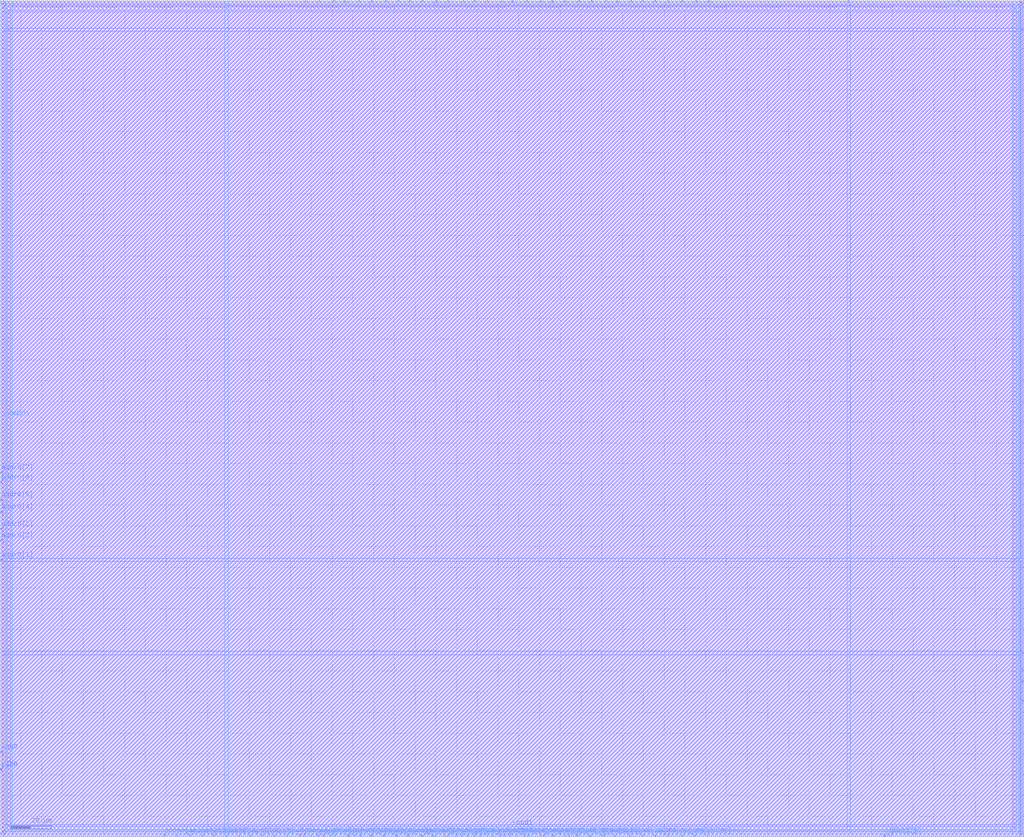
<source format=lef>
VERSION 5.4 ;
NAMESCASESENSITIVE ON ;
BUSBITCHARS "[]" ;
DIVIDERCHAR "/" ;
UNITS
  DATABASE MICRONS 1000 ;
END UNITS
MACRO sky130_sram_1kbyte_1rw1r_32x256_8
   CLASS BLOCK ;
   SIZE 493.38 BY 403.62 ;
   SYMMETRY X Y R90 ;
   PIN din0[0]
      DIRECTION INPUT ;
      PORT
         LAYER met4 ;
         RECT  108.8 0.0 109.18 1.06 ;
      END
   END din0[0]
   PIN din0[1]
      DIRECTION INPUT ;
      PORT
         LAYER met4 ;
         RECT  114.92 0.0 115.3 1.06 ;
      END
   END din0[1]
   PIN din0[2]
      DIRECTION INPUT ;
      PORT
         LAYER met4 ;
         RECT  120.36 0.0 120.74 1.06 ;
      END
   END din0[2]
   PIN din0[3]
      DIRECTION INPUT ;
      PORT
         LAYER met4 ;
         RECT  125.8 0.0 126.18 1.06 ;
      END
   END din0[3]
   PIN din0[4]
      DIRECTION INPUT ;
      PORT
         LAYER met4 ;
         RECT  131.92 0.0 132.3 1.06 ;
      END
   END din0[4]
   PIN din0[5]
      DIRECTION INPUT ;
      PORT
         LAYER met4 ;
         RECT  138.04 0.0 138.42 1.06 ;
      END
   END din0[5]
   PIN din0[6]
      DIRECTION INPUT ;
      PORT
         LAYER met4 ;
         RECT  144.16 0.0 144.54 1.06 ;
      END
   END din0[6]
   PIN din0[7]
      DIRECTION INPUT ;
      PORT
         LAYER met4 ;
         RECT  149.6 0.0 149.98 1.06 ;
      END
   END din0[7]
   PIN din0[8]
      DIRECTION INPUT ;
      PORT
         LAYER met4 ;
         RECT  155.72 0.0 156.1 1.06 ;
      END
   END din0[8]
   PIN din0[9]
      DIRECTION INPUT ;
      PORT
         LAYER met4 ;
         RECT  161.16 0.0 161.54 1.06 ;
      END
   END din0[9]
   PIN din0[10]
      DIRECTION INPUT ;
      PORT
         LAYER met4 ;
         RECT  167.28 0.0 167.66 1.06 ;
      END
   END din0[10]
   PIN din0[11]
      DIRECTION INPUT ;
      PORT
         LAYER met4 ;
         RECT  173.4 0.0 173.78 1.06 ;
      END
   END din0[11]
   PIN din0[12]
      DIRECTION INPUT ;
      PORT
         LAYER met4 ;
         RECT  178.84 0.0 179.22 1.06 ;
      END
   END din0[12]
   PIN din0[13]
      DIRECTION INPUT ;
      PORT
         LAYER met4 ;
         RECT  184.28 0.0 184.66 1.06 ;
      END
   END din0[13]
   PIN din0[14]
      DIRECTION INPUT ;
      PORT
         LAYER met4 ;
         RECT  190.4 0.0 190.78 1.06 ;
      END
   END din0[14]
   PIN din0[15]
      DIRECTION INPUT ;
      PORT
         LAYER met4 ;
         RECT  196.52 0.0 196.9 1.06 ;
      END
   END din0[15]
   PIN din0[16]
      DIRECTION INPUT ;
      PORT
         LAYER met4 ;
         RECT  202.64 0.0 203.02 1.06 ;
      END
   END din0[16]
   PIN din0[17]
      DIRECTION INPUT ;
      PORT
         LAYER met4 ;
         RECT  208.08 0.0 208.46 1.06 ;
      END
   END din0[17]
   PIN din0[18]
      DIRECTION INPUT ;
      PORT
         LAYER met4 ;
         RECT  214.2 0.0 214.58 1.06 ;
      END
   END din0[18]
   PIN din0[19]
      DIRECTION INPUT ;
      PORT
         LAYER met4 ;
         RECT  219.64 0.0 220.02 1.06 ;
      END
   END din0[19]
   PIN din0[20]
      DIRECTION INPUT ;
      PORT
         LAYER met4 ;
         RECT  225.08 0.0 225.46 1.06 ;
      END
   END din0[20]
   PIN din0[21]
      DIRECTION INPUT ;
      PORT
         LAYER met4 ;
         RECT  231.2 0.0 231.58 1.06 ;
      END
   END din0[21]
   PIN din0[22]
      DIRECTION INPUT ;
      PORT
         LAYER met4 ;
         RECT  237.32 0.0 237.7 1.06 ;
      END
   END din0[22]
   PIN din0[23]
      DIRECTION INPUT ;
      PORT
         LAYER met4 ;
         RECT  242.76 0.0 243.14 1.06 ;
      END
   END din0[23]
   PIN din0[24]
      DIRECTION INPUT ;
      PORT
         LAYER met4 ;
         RECT  248.88 0.0 249.26 1.06 ;
      END
   END din0[24]
   PIN din0[25]
      DIRECTION INPUT ;
      PORT
         LAYER met4 ;
         RECT  254.32 0.0 254.7 1.06 ;
      END
   END din0[25]
   PIN din0[26]
      DIRECTION INPUT ;
      PORT
         LAYER met4 ;
         RECT  260.44 0.0 260.82 1.06 ;
      END
   END din0[26]
   PIN din0[27]
      DIRECTION INPUT ;
      PORT
         LAYER met4 ;
         RECT  266.56 0.0 266.94 1.06 ;
      END
   END din0[27]
   PIN din0[28]
      DIRECTION INPUT ;
      PORT
         LAYER met4 ;
         RECT  272.0 0.0 272.38 1.06 ;
      END
   END din0[28]
   PIN din0[29]
      DIRECTION INPUT ;
      PORT
         LAYER met4 ;
         RECT  278.12 0.0 278.5 1.06 ;
      END
   END din0[29]
   PIN din0[30]
      DIRECTION INPUT ;
      PORT
         LAYER met4 ;
         RECT  283.56 0.0 283.94 1.06 ;
      END
   END din0[30]
   PIN din0[31]
      DIRECTION INPUT ;
      PORT
         LAYER met4 ;
         RECT  289.68 0.0 290.06 1.06 ;
      END
   END din0[31]
   PIN addr0[0]
      DIRECTION INPUT ;
      PORT
         LAYER met4 ;
         RECT  78.88 0.0 79.26 1.06 ;
      END
   END addr0[0]
   PIN addr0[1]
      DIRECTION INPUT ;
      PORT
         LAYER met3 ;
         RECT  0.0 133.28 1.06 133.66 ;
      END
   END addr0[1]
   PIN addr0[2]
      DIRECTION INPUT ;
      PORT
         LAYER met3 ;
         RECT  0.0 142.8 1.06 143.18 ;
      END
   END addr0[2]
   PIN addr0[3]
      DIRECTION INPUT ;
      PORT
         LAYER met3 ;
         RECT  0.0 148.24 1.06 148.62 ;
      END
   END addr0[3]
   PIN addr0[4]
      DIRECTION INPUT ;
      PORT
         LAYER met3 ;
         RECT  0.0 156.4 1.06 156.78 ;
      END
   END addr0[4]
   PIN addr0[5]
      DIRECTION INPUT ;
      PORT
         LAYER met3 ;
         RECT  0.0 162.52 1.06 162.9 ;
      END
   END addr0[5]
   PIN addr0[6]
      DIRECTION INPUT ;
      PORT
         LAYER met3 ;
         RECT  0.0 170.68 1.06 171.06 ;
      END
   END addr0[6]
   PIN addr0[7]
      DIRECTION INPUT ;
      PORT
         LAYER met3 ;
         RECT  0.0 175.44 1.06 175.82 ;
      END
   END addr0[7]
   PIN addr1[0]
      DIRECTION INPUT ;
      PORT
         LAYER met4 ;
         RECT  408.68 402.56 409.06 403.62 ;
      END
   END addr1[0]
   PIN addr1[1]
      DIRECTION INPUT ;
      PORT
         LAYER met3 ;
         RECT  492.32 88.4 493.38 88.78 ;
      END
   END addr1[1]
   PIN addr1[2]
      DIRECTION INPUT ;
      PORT
         LAYER met3 ;
         RECT  492.32 80.24 493.38 80.62 ;
      END
   END addr1[2]
   PIN addr1[3]
      DIRECTION INPUT ;
      PORT
         LAYER met3 ;
         RECT  492.32 74.8 493.38 75.18 ;
      END
   END addr1[3]
   PIN addr1[4]
      DIRECTION INPUT ;
      PORT
         LAYER met3 ;
         RECT  492.32 65.28 493.38 65.66 ;
      END
   END addr1[4]
   PIN addr1[5]
      DIRECTION INPUT ;
      PORT
         LAYER met4 ;
         RECT  428.4 0.0 428.78 1.06 ;
      END
   END addr1[5]
   PIN addr1[6]
      DIRECTION INPUT ;
      PORT
         LAYER met4 ;
         RECT  425.68 0.0 426.06 1.06 ;
      END
   END addr1[6]
   PIN addr1[7]
      DIRECTION INPUT ;
      PORT
         LAYER met4 ;
         RECT  426.36 0.0 426.74 1.06 ;
      END
   END addr1[7]
   PIN csb0
      DIRECTION INPUT ;
      PORT
         LAYER met3 ;
         RECT  0.0 32.64 1.06 33.02 ;
      END
   END csb0
   PIN csb1
      DIRECTION INPUT ;
      PORT
         LAYER met3 ;
         RECT  492.32 388.96 493.38 389.34 ;
      END
   END csb1
   PIN web0
      DIRECTION INPUT ;
      PORT
         LAYER met3 ;
         RECT  0.0 40.8 1.06 41.18 ;
      END
   END web0
   PIN clk0
      DIRECTION INPUT ;
      PORT
         LAYER met3 ;
         RECT  0.0 31.96 1.06 32.34 ;
      END
   END clk0
   PIN clk1
      DIRECTION INPUT ;
      PORT
         LAYER met4 ;
         RECT  461.72 402.56 462.1 403.62 ;
      END
   END clk1
   PIN wmask0[0]
      DIRECTION INPUT ;
      PORT
         LAYER met4 ;
         RECT  85.0 0.0 85.38 1.06 ;
      END
   END wmask0[0]
   PIN wmask0[1]
      DIRECTION INPUT ;
      PORT
         LAYER met4 ;
         RECT  91.12 0.0 91.5 1.06 ;
      END
   END wmask0[1]
   PIN wmask0[2]
      DIRECTION INPUT ;
      PORT
         LAYER met4 ;
         RECT  97.24 0.0 97.62 1.06 ;
      END
   END wmask0[2]
   PIN wmask0[3]
      DIRECTION INPUT ;
      PORT
         LAYER met4 ;
         RECT  102.68 0.0 103.06 1.06 ;
      END
   END wmask0[3]
   PIN dout0[0]
      DIRECTION OUTPUT ;
      PORT
         LAYER met4 ;
         RECT  146.2 0.0 146.58 1.06 ;
      END
   END dout0[0]
   PIN dout0[1]
      DIRECTION OUTPUT ;
      PORT
         LAYER met4 ;
         RECT  153.0 0.0 153.38 1.06 ;
      END
   END dout0[1]
   PIN dout0[2]
      DIRECTION OUTPUT ;
      PORT
         LAYER met4 ;
         RECT  159.12 0.0 159.5 1.06 ;
      END
   END dout0[2]
   PIN dout0[3]
      DIRECTION OUTPUT ;
      PORT
         LAYER met4 ;
         RECT  167.96 0.0 168.34 1.06 ;
      END
   END dout0[3]
   PIN dout0[4]
      DIRECTION OUTPUT ;
      PORT
         LAYER met4 ;
         RECT  170.68 0.0 171.06 1.06 ;
      END
   END dout0[4]
   PIN dout0[5]
      DIRECTION OUTPUT ;
      PORT
         LAYER met4 ;
         RECT  178.16 0.0 178.54 1.06 ;
      END
   END dout0[5]
   PIN dout0[6]
      DIRECTION OUTPUT ;
      PORT
         LAYER met4 ;
         RECT  184.96 0.0 185.34 1.06 ;
      END
   END dout0[6]
   PIN dout0[7]
      DIRECTION OUTPUT ;
      PORT
         LAYER met4 ;
         RECT  191.08 0.0 191.46 1.06 ;
      END
   END dout0[7]
   PIN dout0[8]
      DIRECTION OUTPUT ;
      PORT
         LAYER met4 ;
         RECT  195.84 0.0 196.22 1.06 ;
      END
   END dout0[8]
   PIN dout0[9]
      DIRECTION OUTPUT ;
      PORT
         LAYER met4 ;
         RECT  203.32 0.0 203.7 1.06 ;
      END
   END dout0[9]
   PIN dout0[10]
      DIRECTION OUTPUT ;
      PORT
         LAYER met4 ;
         RECT  209.44 0.0 209.82 1.06 ;
      END
   END dout0[10]
   PIN dout0[11]
      DIRECTION OUTPUT ;
      PORT
         LAYER met4 ;
         RECT  215.56 0.0 215.94 1.06 ;
      END
   END dout0[11]
   PIN dout0[12]
      DIRECTION OUTPUT ;
      PORT
         LAYER met4 ;
         RECT  222.36 0.0 222.74 1.06 ;
      END
   END dout0[12]
   PIN dout0[13]
      DIRECTION OUTPUT ;
      PORT
         LAYER met4 ;
         RECT  228.48 0.0 228.86 1.06 ;
      END
   END dout0[13]
   PIN dout0[14]
      DIRECTION OUTPUT ;
      PORT
         LAYER met4 ;
         RECT  234.6 0.0 234.98 1.06 ;
      END
   END dout0[14]
   PIN dout0[15]
      DIRECTION OUTPUT ;
      PORT
         LAYER met4 ;
         RECT  240.72 0.0 241.1 1.06 ;
      END
   END dout0[15]
   PIN dout0[16]
      DIRECTION OUTPUT ;
      PORT
         LAYER met4 ;
         RECT  245.48 0.0 245.86 1.06 ;
      END
   END dout0[16]
   PIN dout0[17]
      DIRECTION OUTPUT ;
      PORT
         LAYER met4 ;
         RECT  252.28 0.0 252.66 1.06 ;
      END
   END dout0[17]
   PIN dout0[18]
      DIRECTION OUTPUT ;
      PORT
         LAYER met4 ;
         RECT  261.8 0.0 262.18 1.06 ;
      END
   END dout0[18]
   PIN dout0[19]
      DIRECTION OUTPUT ;
      PORT
         LAYER met4 ;
         RECT  265.88 0.0 266.26 1.06 ;
      END
   END dout0[19]
   PIN dout0[20]
      DIRECTION OUTPUT ;
      PORT
         LAYER met4 ;
         RECT  274.04 0.0 274.42 1.06 ;
      END
   END dout0[20]
   PIN dout0[21]
      DIRECTION OUTPUT ;
      PORT
         LAYER met4 ;
         RECT  277.44 0.0 277.82 1.06 ;
      END
   END dout0[21]
   PIN dout0[22]
      DIRECTION OUTPUT ;
      PORT
         LAYER met4 ;
         RECT  284.24 0.0 284.62 1.06 ;
      END
   END dout0[22]
   PIN dout0[23]
      DIRECTION OUTPUT ;
      PORT
         LAYER met4 ;
         RECT  291.04 0.0 291.42 1.06 ;
      END
   END dout0[23]
   PIN dout0[24]
      DIRECTION OUTPUT ;
      PORT
         LAYER met4 ;
         RECT  295.8 0.0 296.18 1.06 ;
      END
   END dout0[24]
   PIN dout0[25]
      DIRECTION OUTPUT ;
      PORT
         LAYER met4 ;
         RECT  303.28 0.0 303.66 1.06 ;
      END
   END dout0[25]
   PIN dout0[26]
      DIRECTION OUTPUT ;
      PORT
         LAYER met4 ;
         RECT  309.4 0.0 309.78 1.06 ;
      END
   END dout0[26]
   PIN dout0[27]
      DIRECTION OUTPUT ;
      PORT
         LAYER met4 ;
         RECT  315.52 0.0 315.9 1.06 ;
      END
   END dout0[27]
   PIN dout0[28]
      DIRECTION OUTPUT ;
      PORT
         LAYER met4 ;
         RECT  321.64 0.0 322.02 1.06 ;
      END
   END dout0[28]
   PIN dout0[29]
      DIRECTION OUTPUT ;
      PORT
         LAYER met4 ;
         RECT  328.44 0.0 328.82 1.06 ;
      END
   END dout0[29]
   PIN dout0[30]
      DIRECTION OUTPUT ;
      PORT
         LAYER met4 ;
         RECT  334.56 0.0 334.94 1.06 ;
      END
   END dout0[30]
   PIN dout0[31]
      DIRECTION OUTPUT ;
      PORT
         LAYER met4 ;
         RECT  340.68 0.0 341.06 1.06 ;
      END
   END dout0[31]
   PIN dout1[0]
      DIRECTION OUTPUT ;
      PORT
         LAYER met4 ;
         RECT  146.88 402.56 147.26 403.62 ;
      END
   END dout1[0]
   PIN dout1[1]
      DIRECTION OUTPUT ;
      PORT
         LAYER met4 ;
         RECT  153.68 402.56 154.06 403.62 ;
      END
   END dout1[1]
   PIN dout1[2]
      DIRECTION OUTPUT ;
      PORT
         LAYER met4 ;
         RECT  160.48 402.56 160.86 403.62 ;
      END
   END dout1[2]
   PIN dout1[3]
      DIRECTION OUTPUT ;
      PORT
         LAYER met4 ;
         RECT  165.92 402.56 166.3 403.62 ;
      END
   END dout1[3]
   PIN dout1[4]
      DIRECTION OUTPUT ;
      PORT
         LAYER met4 ;
         RECT  172.72 402.56 173.1 403.62 ;
      END
   END dout1[4]
   PIN dout1[5]
      DIRECTION OUTPUT ;
      PORT
         LAYER met4 ;
         RECT  178.84 402.56 179.22 403.62 ;
      END
   END dout1[5]
   PIN dout1[6]
      DIRECTION OUTPUT ;
      PORT
         LAYER met4 ;
         RECT  185.64 402.56 186.02 403.62 ;
      END
   END dout1[6]
   PIN dout1[7]
      DIRECTION OUTPUT ;
      PORT
         LAYER met4 ;
         RECT  191.76 402.56 192.14 403.62 ;
      END
   END dout1[7]
   PIN dout1[8]
      DIRECTION OUTPUT ;
      PORT
         LAYER met4 ;
         RECT  197.2 402.56 197.58 403.62 ;
      END
   END dout1[8]
   PIN dout1[9]
      DIRECTION OUTPUT ;
      PORT
         LAYER met4 ;
         RECT  203.32 402.56 203.7 403.62 ;
      END
   END dout1[9]
   PIN dout1[10]
      DIRECTION OUTPUT ;
      PORT
         LAYER met4 ;
         RECT  210.12 402.56 210.5 403.62 ;
      END
   END dout1[10]
   PIN dout1[11]
      DIRECTION OUTPUT ;
      PORT
         LAYER met4 ;
         RECT  215.56 402.56 215.94 403.62 ;
      END
   END dout1[11]
   PIN dout1[12]
      DIRECTION OUTPUT ;
      PORT
         LAYER met4 ;
         RECT  223.04 402.56 223.42 403.62 ;
      END
   END dout1[12]
   PIN dout1[13]
      DIRECTION OUTPUT ;
      PORT
         LAYER met4 ;
         RECT  228.48 402.56 228.86 403.62 ;
      END
   END dout1[13]
   PIN dout1[14]
      DIRECTION OUTPUT ;
      PORT
         LAYER met4 ;
         RECT  234.6 402.56 234.98 403.62 ;
      END
   END dout1[14]
   PIN dout1[15]
      DIRECTION OUTPUT ;
      PORT
         LAYER met4 ;
         RECT  241.4 402.56 241.78 403.62 ;
      END
   END dout1[15]
   PIN dout1[16]
      DIRECTION OUTPUT ;
      PORT
         LAYER met4 ;
         RECT  246.84 402.56 247.22 403.62 ;
      END
   END dout1[16]
   PIN dout1[17]
      DIRECTION OUTPUT ;
      PORT
         LAYER met4 ;
         RECT  253.64 402.56 254.02 403.62 ;
      END
   END dout1[17]
   PIN dout1[18]
      DIRECTION OUTPUT ;
      PORT
         LAYER met4 ;
         RECT  260.44 402.56 260.82 403.62 ;
      END
   END dout1[18]
   PIN dout1[19]
      DIRECTION OUTPUT ;
      PORT
         LAYER met4 ;
         RECT  265.88 402.56 266.26 403.62 ;
      END
   END dout1[19]
   PIN dout1[20]
      DIRECTION OUTPUT ;
      PORT
         LAYER met4 ;
         RECT  272.0 402.56 272.38 403.62 ;
      END
   END dout1[20]
   PIN dout1[21]
      DIRECTION OUTPUT ;
      PORT
         LAYER met4 ;
         RECT  278.8 402.56 279.18 403.62 ;
      END
   END dout1[21]
   PIN dout1[22]
      DIRECTION OUTPUT ;
      PORT
         LAYER met4 ;
         RECT  284.92 402.56 285.3 403.62 ;
      END
   END dout1[22]
   PIN dout1[23]
      DIRECTION OUTPUT ;
      PORT
         LAYER met4 ;
         RECT  291.72 402.56 292.1 403.62 ;
      END
   END dout1[23]
   PIN dout1[24]
      DIRECTION OUTPUT ;
      PORT
         LAYER met4 ;
         RECT  297.16 402.56 297.54 403.62 ;
      END
   END dout1[24]
   PIN dout1[25]
      DIRECTION OUTPUT ;
      PORT
         LAYER met4 ;
         RECT  303.96 402.56 304.34 403.62 ;
      END
   END dout1[25]
   PIN dout1[26]
      DIRECTION OUTPUT ;
      PORT
         LAYER met4 ;
         RECT  309.4 402.56 309.78 403.62 ;
      END
   END dout1[26]
   PIN dout1[27]
      DIRECTION OUTPUT ;
      PORT
         LAYER met4 ;
         RECT  315.52 402.56 315.9 403.62 ;
      END
   END dout1[27]
   PIN dout1[28]
      DIRECTION OUTPUT ;
      PORT
         LAYER met4 ;
         RECT  321.64 402.56 322.02 403.62 ;
      END
   END dout1[28]
   PIN dout1[29]
      DIRECTION OUTPUT ;
      PORT
         LAYER met4 ;
         RECT  328.44 402.56 328.82 403.62 ;
      END
   END dout1[29]
   PIN dout1[30]
      DIRECTION OUTPUT ;
      PORT
         LAYER met4 ;
         RECT  335.24 402.56 335.62 403.62 ;
      END
   END dout1[30]
   PIN dout1[31]
      DIRECTION OUTPUT ;
      PORT
         LAYER met4 ;
         RECT  341.36 402.56 341.74 403.62 ;
      END
   END dout1[31]
   PIN vccd1
      DIRECTION INOUT ;
      USE POWER ; 
      SHAPE ABUTMENT ; 
      PORT
         LAYER met3 ;
         RECT  3.4 398.48 489.98 400.22 ;
         LAYER met3 ;
         RECT  3.4 3.4 489.98 5.14 ;
         LAYER met4 ;
         RECT  488.24 3.4 489.98 400.22 ;
         LAYER met4 ;
         RECT  3.4 3.4 5.14 400.22 ;
      END
   END vccd1
   PIN vssd1
      DIRECTION INOUT ;
      USE GROUND ; 
      SHAPE ABUTMENT ; 
      PORT
         LAYER met3 ;
         RECT  0.0 401.88 493.38 403.62 ;
         LAYER met3 ;
         RECT  0.0 0.0 493.38 1.74 ;
         LAYER met4 ;
         RECT  491.64 0.0 493.38 403.62 ;
         LAYER met4 ;
         RECT  0.0 0.0 1.74 403.62 ;
      END
   END vssd1
   OBS
   LAYER  met1 ;
      RECT  0.62 0.62 492.76 403.0 ;
   LAYER  met2 ;
      RECT  0.62 0.62 492.76 403.0 ;
   LAYER  met3 ;
      RECT  1.66 132.68 492.76 134.26 ;
      RECT  0.62 134.26 1.66 142.2 ;
      RECT  0.62 143.78 1.66 147.64 ;
      RECT  0.62 149.22 1.66 155.8 ;
      RECT  0.62 157.38 1.66 161.92 ;
      RECT  0.62 163.5 1.66 170.08 ;
      RECT  0.62 171.66 1.66 174.84 ;
      RECT  1.66 87.8 491.72 89.38 ;
      RECT  1.66 89.38 491.72 132.68 ;
      RECT  491.72 89.38 492.76 132.68 ;
      RECT  491.72 81.22 492.76 87.8 ;
      RECT  491.72 75.78 492.76 79.64 ;
      RECT  491.72 66.26 492.76 74.2 ;
      RECT  1.66 134.26 491.72 388.36 ;
      RECT  1.66 388.36 491.72 389.94 ;
      RECT  491.72 134.26 492.76 388.36 ;
      RECT  0.62 33.62 1.66 40.2 ;
      RECT  0.62 41.78 1.66 132.68 ;
      RECT  1.66 389.94 2.8 397.88 ;
      RECT  1.66 397.88 2.8 400.82 ;
      RECT  2.8 389.94 490.58 397.88 ;
      RECT  490.58 389.94 491.72 397.88 ;
      RECT  490.58 397.88 491.72 400.82 ;
      RECT  1.66 2.8 2.8 5.74 ;
      RECT  1.66 5.74 2.8 87.8 ;
      RECT  2.8 5.74 490.58 87.8 ;
      RECT  490.58 2.8 491.72 5.74 ;
      RECT  490.58 5.74 491.72 87.8 ;
      RECT  0.62 176.42 1.66 401.28 ;
      RECT  491.72 389.94 492.76 401.28 ;
      RECT  1.66 400.82 2.8 401.28 ;
      RECT  2.8 400.82 490.58 401.28 ;
      RECT  490.58 400.82 491.72 401.28 ;
      RECT  491.72 2.34 492.76 64.68 ;
      RECT  0.62 2.34 1.66 31.36 ;
      RECT  1.66 2.34 2.8 2.8 ;
      RECT  2.8 2.34 490.58 2.8 ;
      RECT  490.58 2.34 491.72 2.8 ;
   LAYER  met4 ;
      RECT  108.2 1.66 109.78 403.0 ;
      RECT  109.78 0.62 114.32 1.66 ;
      RECT  115.9 0.62 119.76 1.66 ;
      RECT  121.34 0.62 125.2 1.66 ;
      RECT  126.78 0.62 131.32 1.66 ;
      RECT  132.9 0.62 137.44 1.66 ;
      RECT  139.02 0.62 143.56 1.66 ;
      RECT  162.14 0.62 166.68 1.66 ;
      RECT  179.82 0.62 183.68 1.66 ;
      RECT  197.5 0.62 202.04 1.66 ;
      RECT  255.3 0.62 259.84 1.66 ;
      RECT  267.54 0.62 271.4 1.66 ;
      RECT  279.1 0.62 282.96 1.66 ;
      RECT  109.78 1.66 408.08 401.96 ;
      RECT  408.08 1.66 409.66 401.96 ;
      RECT  427.34 0.62 427.8 1.66 ;
      RECT  409.66 401.96 461.12 403.0 ;
      RECT  79.86 0.62 84.4 1.66 ;
      RECT  85.98 0.62 90.52 1.66 ;
      RECT  92.1 0.62 96.64 1.66 ;
      RECT  98.22 0.62 102.08 1.66 ;
      RECT  103.66 0.62 108.2 1.66 ;
      RECT  145.14 0.62 145.6 1.66 ;
      RECT  147.18 0.62 149.0 1.66 ;
      RECT  150.58 0.62 152.4 1.66 ;
      RECT  153.98 0.62 155.12 1.66 ;
      RECT  156.7 0.62 158.52 1.66 ;
      RECT  160.1 0.62 160.56 1.66 ;
      RECT  168.94 0.62 170.08 1.66 ;
      RECT  171.66 0.62 172.8 1.66 ;
      RECT  174.38 0.62 177.56 1.66 ;
      RECT  185.94 0.62 189.8 1.66 ;
      RECT  192.06 0.62 195.24 1.66 ;
      RECT  204.3 0.62 207.48 1.66 ;
      RECT  210.42 0.62 213.6 1.66 ;
      RECT  216.54 0.62 219.04 1.66 ;
      RECT  220.62 0.62 221.76 1.66 ;
      RECT  223.34 0.62 224.48 1.66 ;
      RECT  226.06 0.62 227.88 1.66 ;
      RECT  229.46 0.62 230.6 1.66 ;
      RECT  232.18 0.62 234.0 1.66 ;
      RECT  235.58 0.62 236.72 1.66 ;
      RECT  238.3 0.62 240.12 1.66 ;
      RECT  241.7 0.62 242.16 1.66 ;
      RECT  243.74 0.62 244.88 1.66 ;
      RECT  246.46 0.62 248.28 1.66 ;
      RECT  249.86 0.62 251.68 1.66 ;
      RECT  253.26 0.62 253.72 1.66 ;
      RECT  262.78 0.62 265.28 1.66 ;
      RECT  272.98 0.62 273.44 1.66 ;
      RECT  275.02 0.62 276.84 1.66 ;
      RECT  285.22 0.62 289.08 1.66 ;
      RECT  292.02 0.62 295.2 1.66 ;
      RECT  296.78 0.62 302.68 1.66 ;
      RECT  304.26 0.62 308.8 1.66 ;
      RECT  310.38 0.62 314.92 1.66 ;
      RECT  316.5 0.62 321.04 1.66 ;
      RECT  322.62 0.62 327.84 1.66 ;
      RECT  329.42 0.62 333.96 1.66 ;
      RECT  335.54 0.62 340.08 1.66 ;
      RECT  341.66 0.62 425.08 1.66 ;
      RECT  109.78 401.96 146.28 403.0 ;
      RECT  147.86 401.96 153.08 403.0 ;
      RECT  154.66 401.96 159.88 403.0 ;
      RECT  161.46 401.96 165.32 403.0 ;
      RECT  166.9 401.96 172.12 403.0 ;
      RECT  173.7 401.96 178.24 403.0 ;
      RECT  179.82 401.96 185.04 403.0 ;
      RECT  186.62 401.96 191.16 403.0 ;
      RECT  192.74 401.96 196.6 403.0 ;
      RECT  198.18 401.96 202.72 403.0 ;
      RECT  204.3 401.96 209.52 403.0 ;
      RECT  211.1 401.96 214.96 403.0 ;
      RECT  216.54 401.96 222.44 403.0 ;
      RECT  224.02 401.96 227.88 403.0 ;
      RECT  229.46 401.96 234.0 403.0 ;
      RECT  235.58 401.96 240.8 403.0 ;
      RECT  242.38 401.96 246.24 403.0 ;
      RECT  247.82 401.96 253.04 403.0 ;
      RECT  254.62 401.96 259.84 403.0 ;
      RECT  261.42 401.96 265.28 403.0 ;
      RECT  266.86 401.96 271.4 403.0 ;
      RECT  272.98 401.96 278.2 403.0 ;
      RECT  279.78 401.96 284.32 403.0 ;
      RECT  285.9 401.96 291.12 403.0 ;
      RECT  292.7 401.96 296.56 403.0 ;
      RECT  298.14 401.96 303.36 403.0 ;
      RECT  304.94 401.96 308.8 403.0 ;
      RECT  310.38 401.96 314.92 403.0 ;
      RECT  316.5 401.96 321.04 403.0 ;
      RECT  322.62 401.96 327.84 403.0 ;
      RECT  329.42 401.96 334.64 403.0 ;
      RECT  336.22 401.96 340.76 403.0 ;
      RECT  342.34 401.96 408.08 403.0 ;
      RECT  409.66 1.66 487.64 2.8 ;
      RECT  409.66 2.8 487.64 400.82 ;
      RECT  409.66 400.82 487.64 401.96 ;
      RECT  487.64 1.66 490.58 2.8 ;
      RECT  487.64 400.82 490.58 401.96 ;
      RECT  2.8 1.66 5.74 2.8 ;
      RECT  2.8 400.82 5.74 403.0 ;
      RECT  5.74 1.66 108.2 2.8 ;
      RECT  5.74 2.8 108.2 400.82 ;
      RECT  5.74 400.82 108.2 403.0 ;
      RECT  429.38 0.62 491.04 1.66 ;
      RECT  462.7 401.96 491.04 403.0 ;
      RECT  490.58 1.66 491.04 2.8 ;
      RECT  490.58 2.8 491.04 400.82 ;
      RECT  490.58 400.82 491.04 401.96 ;
      RECT  2.34 0.62 78.28 1.66 ;
      RECT  2.34 1.66 2.8 2.8 ;
      RECT  2.34 2.8 2.8 400.82 ;
      RECT  2.34 400.82 2.8 403.0 ;
   END
END    sky130_sram_1kbyte_1rw1r_32x256_8
END    LIBRARY

</source>
